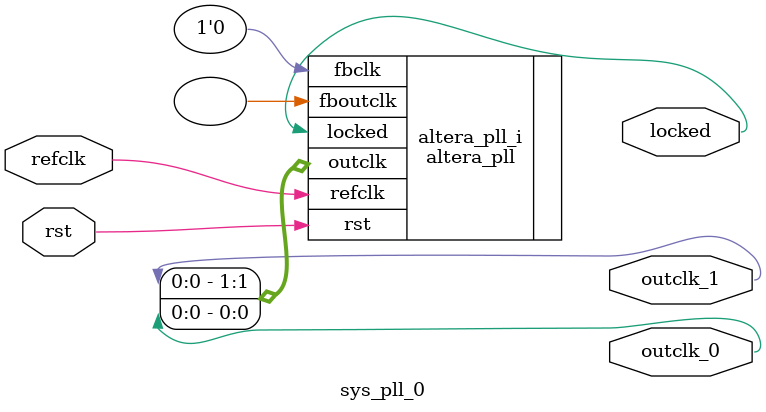
<source format=v>
`timescale 1ns/10ps
module  sys_pll_0(

	// interface 'refclk'
	input wire refclk,

	// interface 'reset'
	input wire rst,

	// interface 'outclk0'
	output wire outclk_0,

	// interface 'outclk1'
	output wire outclk_1,

	// interface 'locked'
	output wire locked
);

	altera_pll #(
		.fractional_vco_multiplier("false"),
		.reference_clock_frequency("50.0 MHz"),
		.operation_mode("direct"),
		.number_of_clocks(2),
		.output_clock_frequency0("65.000000 MHz"),
		.phase_shift0("0 ps"),
		.duty_cycle0(50),
		.output_clock_frequency1("8.425925 MHz"),
		.phase_shift1("0 ps"),
		.duty_cycle1(50),
		.output_clock_frequency2("0 MHz"),
		.phase_shift2("0 ps"),
		.duty_cycle2(50),
		.output_clock_frequency3("0 MHz"),
		.phase_shift3("0 ps"),
		.duty_cycle3(50),
		.output_clock_frequency4("0 MHz"),
		.phase_shift4("0 ps"),
		.duty_cycle4(50),
		.output_clock_frequency5("0 MHz"),
		.phase_shift5("0 ps"),
		.duty_cycle5(50),
		.output_clock_frequency6("0 MHz"),
		.phase_shift6("0 ps"),
		.duty_cycle6(50),
		.output_clock_frequency7("0 MHz"),
		.phase_shift7("0 ps"),
		.duty_cycle7(50),
		.output_clock_frequency8("0 MHz"),
		.phase_shift8("0 ps"),
		.duty_cycle8(50),
		.output_clock_frequency9("0 MHz"),
		.phase_shift9("0 ps"),
		.duty_cycle9(50),
		.output_clock_frequency10("0 MHz"),
		.phase_shift10("0 ps"),
		.duty_cycle10(50),
		.output_clock_frequency11("0 MHz"),
		.phase_shift11("0 ps"),
		.duty_cycle11(50),
		.output_clock_frequency12("0 MHz"),
		.phase_shift12("0 ps"),
		.duty_cycle12(50),
		.output_clock_frequency13("0 MHz"),
		.phase_shift13("0 ps"),
		.duty_cycle13(50),
		.output_clock_frequency14("0 MHz"),
		.phase_shift14("0 ps"),
		.duty_cycle14(50),
		.output_clock_frequency15("0 MHz"),
		.phase_shift15("0 ps"),
		.duty_cycle15(50),
		.output_clock_frequency16("0 MHz"),
		.phase_shift16("0 ps"),
		.duty_cycle16(50),
		.output_clock_frequency17("0 MHz"),
		.phase_shift17("0 ps"),
		.duty_cycle17(50),
		.pll_type("General"),
		.pll_subtype("General")
	) altera_pll_i (
		.rst	(rst),
		.outclk	({outclk_1, outclk_0}),
		.locked	(locked),
		.fboutclk	( ),
		.fbclk	(1'b0),
		.refclk	(refclk)
	);
endmodule


</source>
